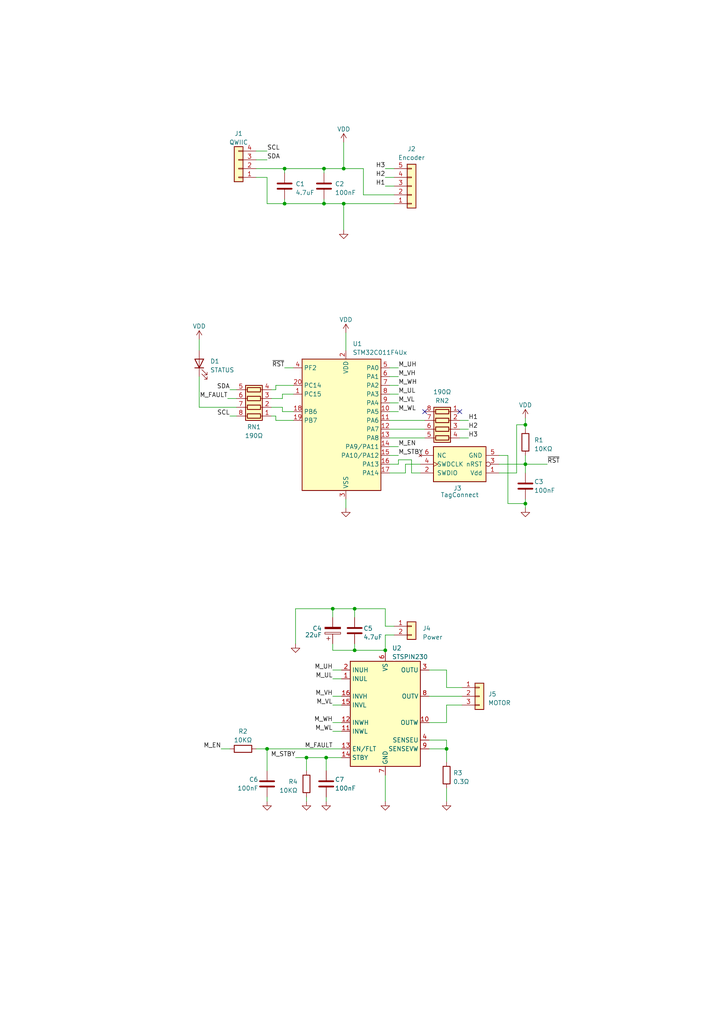
<source format=kicad_sch>
(kicad_sch (version 20230121) (generator eeschema)
  (paper "A4" portrait)
  (title_block (title "Whirl") (date "2023-03-26") (rev "0x02"))
  (lib_symbols
    (symbol "@jb:TagConnect" (pin_names (offset 1.016))
      (property "Reference" "J" (at 0 6.35 0))
      (property "Value" "TagConnect" (at 1.27 -6.35 0))
      (symbol "TagConnect_1_1"
        (rectangle (start -6.35 5.08) (end 8.89 -5.08) (stroke (width 0.254)) (fill (type background)))
        (pin output line (at -10.16 2.54 0) (length 3.81) (name "Vdd") (number "1"))
        (pin bidirectional line (at 12.7 2.54 180) (length 3.81) (name "SWDIO") (number "2"))
        (pin input inverted (at -10.16 0 0) (length 3.81) (name "nRST") (number "3"))
        (pin input clock (at 12.7 0 180) (length 3.81) (name "SWDCLK") (number "4"))
        (pin output line (at -10.16 -2.54 0) (length 3.81) (name "GND") (number "5"))
        (pin no_connect line (at 12.7 -2.54 180) (length 3.81) (name "NC") (number "6"))
      )
    )
    (symbol "Connector_Generic:Conn_01x02" (pin_names (offset 1.016) hide)
      (property "Reference" "J" (at 0 2.54 0))
      (property "Value" "Conn_01x02" (at 0 -5.08 0))
      (symbol "Conn_01x02_1_1"
        (rectangle (start -1.27 -2.413) (end 0 -2.667) (stroke (width 0.1524)))
        (rectangle (start -1.27 0.127) (end 0 -0.127) (stroke (width 0.1524)))
        (rectangle (start -1.27 1.27) (end 1.27 -3.81) (stroke (width 0.254)) (fill (type background)))
        (pin passive line (at -5.08 0 0) (length 3.81) (name "Pin_1") (number "1"))
        (pin passive line (at -5.08 -2.54 0) (length 3.81) (name "Pin_2") (number "2"))
      )
    )
    (symbol "Connector_Generic:Conn_01x03" (pin_names (offset 1.016) hide)
      (property "Reference" "J" (at 0 5.08 0))
      (property "Value" "Conn_01x03" (at 0 -5.08 0))
      (symbol "Conn_01x03_1_1"
        (rectangle (start -1.27 -2.413) (end 0 -2.667) (stroke (width 0.1524)))
        (rectangle (start -1.27 0.127) (end 0 -0.127) (stroke (width 0.1524)))
        (rectangle (start -1.27 2.667) (end 0 2.413) (stroke (width 0.1524)))
        (rectangle (start -1.27 3.81) (end 1.27 -3.81) (stroke (width 0.254)) (fill (type background)))
        (pin passive line (at -5.08 2.54 0) (length 3.81) (name "Pin_1") (number "1"))
        (pin passive line (at -5.08 0 0) (length 3.81) (name "Pin_2") (number "2"))
        (pin passive line (at -5.08 -2.54 0) (length 3.81) (name "Pin_3") (number "3"))
      )
    )
    (symbol "Connector_Generic:Conn_01x04" (pin_names (offset 1.016) hide)
      (property "Reference" "J" (at 0 5.08 0))
      (property "Value" "Conn_01x04" (at 0 -7.62 0))
      (symbol "Conn_01x04_1_1"
        (rectangle (start -1.27 -4.953) (end 0 -5.207) (stroke (width 0.1524)))
        (rectangle (start -1.27 -2.413) (end 0 -2.667) (stroke (width 0.1524)))
        (rectangle (start -1.27 0.127) (end 0 -0.127) (stroke (width 0.1524)))
        (rectangle (start -1.27 2.667) (end 0 2.413) (stroke (width 0.1524)))
        (rectangle (start -1.27 3.81) (end 1.27 -6.35) (stroke (width 0.254)) (fill (type background)))
        (pin passive line (at -5.08 2.54 0) (length 3.81) (name "Pin_1") (number "1"))
        (pin passive line (at -5.08 0 0) (length 3.81) (name "Pin_2") (number "2"))
        (pin passive line (at -5.08 -2.54 0) (length 3.81) (name "Pin_3") (number "3"))
        (pin passive line (at -5.08 -5.08 0) (length 3.81) (name "Pin_4") (number "4"))
      )
    )
    (symbol "Connector_Generic:Conn_01x05" (pin_names (offset 1.016) hide)
      (property "Reference" "J" (at 0 7.62 0))
      (property "Value" "Conn_01x05" (at 0 -7.62 0))
      (symbol "Conn_01x05_1_1"
        (rectangle (start -1.27 -4.953) (end 0 -5.207) (stroke (width 0.1524)))
        (rectangle (start -1.27 -2.413) (end 0 -2.667) (stroke (width 0.1524)))
        (rectangle (start -1.27 0.127) (end 0 -0.127) (stroke (width 0.1524)))
        (rectangle (start -1.27 2.667) (end 0 2.413) (stroke (width 0.1524)))
        (rectangle (start -1.27 5.207) (end 0 4.953) (stroke (width 0.1524)))
        (rectangle (start -1.27 6.35) (end 1.27 -6.35) (stroke (width 0.254)) (fill (type background)))
        (pin passive line (at -5.08 5.08 0) (length 3.81) (name "Pin_1") (number "1"))
        (pin passive line (at -5.08 2.54 0) (length 3.81) (name "Pin_2") (number "2"))
        (pin passive line (at -5.08 0 0) (length 3.81) (name "Pin_3") (number "3"))
        (pin passive line (at -5.08 -2.54 0) (length 3.81) (name "Pin_4") (number "4"))
        (pin passive line (at -5.08 -5.08 0) (length 3.81) (name "Pin_5") (number "5"))
      )
    )
    (symbol "Device:C" (pin_numbers hide) (pin_names (offset 0.254))
      (property "Reference" "C" (at 0.635 2.54 0))
      (property "Value" "C" (at 0.635 -2.54 0))
      (symbol "C_0_1"
        (polyline (pts (xy -2.032 -0.762) (xy 2.032 -0.762)) (stroke (width 0.508)))
        (polyline (pts (xy -2.032 0.762) (xy 2.032 0.762)) (stroke (width 0.508)))
      )
      (symbol "C_1_1"
        (pin passive line (at 0 3.81 270) (length 2.794) (name "~") (number "1"))
        (pin passive line (at 0 -3.81 90) (length 2.794) (name "~") (number "2"))
      )
    )
    (symbol "Device:C_Polarized" (pin_numbers hide) (pin_names (offset 0.254))
      (property "Reference" "C" (at 0.635 2.54 0))
      (property "Value" "C_Polarized" (at 0.635 -2.54 0))
      (symbol "C_Polarized_0_1"
        (rectangle (start -2.286 0.508) (end 2.286 1.016))
        (polyline (pts (xy -1.778 2.286) (xy -0.762 2.286)))
        (polyline (pts (xy -1.27 2.794) (xy -1.27 1.778)))
        (rectangle (start 2.286 -0.508) (end -2.286 -1.016) (fill (type outline)))
      )
      (symbol "C_Polarized_1_1"
        (pin passive line (at 0 3.81 270) (length 2.794) (name "~") (number "1"))
        (pin passive line (at 0 -3.81 90) (length 2.794) (name "~") (number "2"))
      )
    )
    (symbol "Device:LED" (pin_numbers hide) (pin_names (offset 1.016) hide)
      (property "Reference" "D" (at 0 2.54 0))
      (property "Value" "LED" (at 0 -2.54 0))
      (symbol "LED_0_1"
        (polyline (pts (xy -1.27 -1.27) (xy -1.27 1.27)) (stroke (width 0.254)))
        (polyline (pts (xy -1.27 0) (xy 1.27 0)))
        (polyline (pts (xy 1.27 -1.27) (xy 1.27 1.27) (xy -1.27 0) (xy 1.27 -1.27)) (stroke (width 0.254)))
        (polyline (pts (xy -3.048 -0.762) (xy -4.572 -2.286) (xy -3.81 -2.286) (xy -4.572 -2.286) (xy -4.572 -1.524)))
        (polyline (pts (xy -1.778 -0.762) (xy -3.302 -2.286) (xy -2.54 -2.286) (xy -3.302 -2.286) (xy -3.302 -1.524)))
      )
      (symbol "LED_1_1"
        (pin passive line (at -3.81 0 0) (length 2.54) (name "K") (number "1"))
        (pin passive line (at 3.81 0 180) (length 2.54) (name "A") (number "2"))
      )
    )
    (symbol "Device:R" (pin_numbers hide) (pin_names (offset 0))
      (property "Reference" "R" (at 2.032 0 90))
      (property "Value" "R" (at 0 0 90))
      (symbol "R_0_1"
        (rectangle (start -1.016 -2.54) (end 1.016 2.54) (stroke (width 0.254)))
      )
      (symbol "R_1_1"
        (pin passive line (at 0 3.81 270) (length 1.27) (name "~") (number "1"))
        (pin passive line (at 0 -3.81 90) (length 1.27) (name "~") (number "2"))
      )
    )
    (symbol "Device:R_Pack04" (pin_names (offset 0) hide)
      (property "Reference" "RN" (at -7.62 0 90))
      (property "Value" "R_Pack04" (at 5.08 0 90))
      (symbol "R_Pack04_0_1"
        (rectangle (start -6.35 -2.413) (end 3.81 2.413) (stroke (width 0.254)) (fill (type background)))
        (rectangle (start -5.715 1.905) (end -4.445 -1.905) (stroke (width 0.254)))
        (rectangle (start -3.175 1.905) (end -1.905 -1.905) (stroke (width 0.254)))
        (rectangle (start -0.635 1.905) (end 0.635 -1.905) (stroke (width 0.254)))
        (polyline (pts (xy -5.08 -2.54) (xy -5.08 -1.905)))
        (polyline (pts (xy -5.08 1.905) (xy -5.08 2.54)))
        (polyline (pts (xy -2.54 -2.54) (xy -2.54 -1.905)))
        (polyline (pts (xy -2.54 1.905) (xy -2.54 2.54)))
        (polyline (pts (xy 0 -2.54) (xy 0 -1.905)))
        (polyline (pts (xy 0 1.905) (xy 0 2.54)))
        (polyline (pts (xy 2.54 -2.54) (xy 2.54 -1.905)))
        (polyline (pts (xy 2.54 1.905) (xy 2.54 2.54)))
        (rectangle (start 1.905 1.905) (end 3.175 -1.905) (stroke (width 0.254)))
      )
      (symbol "R_Pack04_1_1"
        (pin passive line (at -5.08 -5.08 90) (length 2.54) (name "R1.1") (number "1"))
        (pin passive line (at -2.54 -5.08 90) (length 2.54) (name "R2.1") (number "2"))
        (pin passive line (at 0 -5.08 90) (length 2.54) (name "R3.1") (number "3"))
        (pin passive line (at 2.54 -5.08 90) (length 2.54) (name "R4.1") (number "4"))
        (pin passive line (at 2.54 5.08 270) (length 2.54) (name "R4.2") (number "5"))
        (pin passive line (at 0 5.08 270) (length 2.54) (name "R3.2") (number "6"))
        (pin passive line (at -2.54 5.08 270) (length 2.54) (name "R2.2") (number "7"))
        (pin passive line (at -5.08 5.08 270) (length 2.54) (name "R1.2") (number "8"))
      )
    )
    (symbol "Driver_Motor:STSPIN230"
      (property "Reference" "U" (at -10.16 16.51 0))
      (property "Value" "STSPIN230" (at 2.54 16.51 0))
      (symbol "STSPIN230_0_1"
        (rectangle (start -10.16 15.24) (end 10.16 -15.24) (stroke (width 0.254)) (fill (type background)))
      )
      (symbol "STSPIN230_1_1"
        (pin input line (at -12.7 10.16 0) (length 2.54) (name "INUL") (number "1"))
        (pin power_out line (at 12.7 -2.54 180) (length 2.54) (name "OUTW") (number "10"))
        (pin input line (at -12.7 -5.08 0) (length 2.54) (name "INWL") (number "11"))
        (pin input line (at -12.7 -2.54 0) (length 2.54) (name "INWH") (number "12"))
        (pin bidirectional line (at -12.7 -10.16 0) (length 2.54) (name "EN/FLT") (number "13"))
        (pin input line (at -12.7 -12.7 0) (length 2.54) (name "STBY") (number "14"))
        (pin input line (at -12.7 2.54 0) (length 2.54) (name "INVL") (number "15"))
        (pin input line (at -12.7 5.08 0) (length 2.54) (name "INVH") (number "16"))
        (pin passive line (at 0 -17.78 90) (length 2.54) hide (name "GND") (number "17"))
        (pin input line (at -12.7 12.7 0) (length 2.54) (name "INUH") (number "2"))
        (pin power_out line (at 12.7 12.7 180) (length 2.54) (name "OUTU") (number "3"))
        (pin input line (at 12.7 -7.62 180) (length 2.54) (name "SENSEU") (number "4"))
        (pin no_connect line (at 2.54 -15.24 90) (length 2.54) hide (name "NC") (number "5"))
        (pin power_in line (at 0 17.78 270) (length 2.54) (name "VS") (number "6"))
        (pin power_in line (at 0 -17.78 90) (length 2.54) (name "GND") (number "7"))
        (pin power_out line (at 12.7 5.08 180) (length 2.54) (name "OUTV") (number "8"))
        (pin input line (at 12.7 -10.16 180) (length 2.54) (name "SENSEVW") (number "9"))
      )
    )
    (symbol "MCU_ST_STM32C0:STM32C011F4Ux"
      (property "Reference" "U" (at -10.16 21.59 0))
      (property "Value" "STM32C011F4Ux" (at 5.08 21.59 0))
      (symbol "STM32C011F4Ux_0_1"
        (rectangle (start -10.16 -17.78) (end 12.7 20.32) (stroke (width 0.254)) (fill (type background)))
      )
      (symbol "STM32C011F4Ux_1_1"
        (pin bidirectional line (at -12.7 10.16 0) (length 2.54) (name "PC15") (number "1"))
        (pin bidirectional line (at 15.24 5.08 180) (length 2.54) (name "PA5") (number "10"))
        (pin bidirectional line (at 15.24 2.54 180) (length 2.54) (name "PA6") (number "11"))
        (pin bidirectional line (at 15.24 0 180) (length 2.54) (name "PA7") (number "12"))
        (pin bidirectional line (at 15.24 -2.54 180) (length 2.54) (name "PA8") (number "13"))
        (pin bidirectional line (at 15.24 -5.08 180) (length 2.54) (name "PA9/PA11") (number "14"))
        (pin bidirectional line (at 15.24 -7.62 180) (length 2.54) (name "PA10/PA12") (number "15"))
        (pin bidirectional line (at 15.24 -10.16 180) (length 2.54) (name "PA13") (number "16"))
        (pin bidirectional line (at 15.24 -12.7 180) (length 2.54) (name "PA14") (number "17"))
        (pin bidirectional line (at -12.7 5.08 0) (length 2.54) (name "PB6") (number "18"))
        (pin bidirectional line (at -12.7 2.54 0) (length 2.54) (name "PB7") (number "19"))
        (pin power_in line (at 2.54 22.86 270) (length 2.54) (name "VDD") (number "2"))
        (pin bidirectional line (at -12.7 12.7 0) (length 2.54) (name "PC14") (number "20"))
        (pin power_in line (at 2.54 -20.32 90) (length 2.54) (name "VSS") (number "3"))
        (pin bidirectional line (at -12.7 17.78 0) (length 2.54) (name "PF2") (number "4"))
        (pin bidirectional line (at 15.24 17.78 180) (length 2.54) (name "PA0") (number "5"))
        (pin bidirectional line (at 15.24 15.24 180) (length 2.54) (name "PA1") (number "6"))
        (pin bidirectional line (at 15.24 12.7 180) (length 2.54) (name "PA2") (number "7"))
        (pin bidirectional line (at 15.24 10.16 180) (length 2.54) (name "PA3") (number "8"))
        (pin bidirectional line (at 15.24 7.62 180) (length 2.54) (name "PA4") (number "9"))
      )
    )
    (symbol "power:GND" (power) (pin_names (offset 0))
      (property "Value" "GND" (at 0 -3.81 0))
      (symbol "GND_0_1"
        (polyline (pts (xy 0 0) (xy 0 -1.27) (xy 1.27 -1.27) (xy 0 -2.54) (xy -1.27 -1.27) (xy 0 -1.27)))
      )
      (symbol "GND_1_1"
        (pin power_in line (at 0 0 270) (length 0) hide (name "GND") (number "1"))
      )
    )
    (symbol "power:VDD" (power) (pin_names (offset 0))
      (property "Value" "VDD" (at 0 3.81 0))
      (symbol "VDD_0_1"
        (polyline (pts (xy -0.762 1.27) (xy 0 2.54)))
        (polyline (pts (xy 0 0) (xy 0 2.54)))
        (polyline (pts (xy 0 2.54) (xy 0.762 1.27)))
      )
      (symbol "VDD_1_1"
        (pin power_in line (at 0 0 90) (length 0) hide (name "VDD") (number "1"))
      )
    )
  )
  (junction (at 152.4 134.62))
  (junction (at 82.55 48.895))
  (junction (at 82.55 59.055))
  (junction (at 94.615 219.71))
  (junction (at 152.4 123.19))
  (junction (at 93.98 48.895))
  (junction (at 93.98 59.055))
  (junction (at 129.54 217.17))
  (junction (at 102.87 188.595))
  (junction (at 102.87 176.53))
  (junction (at 77.47 217.17))
  (junction (at 88.9 219.71))
  (junction (at 152.4 146.05))
  (junction (at 99.695 59.055))
  (junction (at 111.76 188.595))
  (junction (at 96.52 176.53))
  (junction (at 99.695 48.895))
  (no_connect (at 123.19 119.38))
  (no_connect (at 133.35 119.38))
  (wire (pts (xy 105.41 48.895) (xy 99.695 48.895)))
  (wire (pts (xy 129.54 217.17) (xy 129.54 214.63)))
  (wire (pts (xy 80.01 120.65) (xy 80.01 121.92)))
  (wire (pts (xy 82.55 50.165) (xy 82.55 48.895)))
  (wire (pts (xy 100.33 96.52) (xy 100.33 101.6)))
  (wire (pts (xy 115.57 133.35) (xy 115.57 134.62)))
  (wire (pts (xy 111.76 184.15) (xy 111.76 188.595)))
  (wire (pts (xy 129.54 204.47) (xy 133.985 204.47)))
  (wire (pts (xy 113.03 137.16) (xy 117.602 137.16)))
  (wire (pts (xy 119.38 133.35) (xy 115.57 133.35)))
  (wire (pts (xy 129.54 199.39) (xy 133.985 199.39)))
  (wire (pts (xy 102.87 176.53) (xy 102.87 179.07)))
  (wire (pts (xy 124.46 217.17) (xy 129.54 217.17)))
  (wire (pts (xy 149.86 137.16) (xy 149.86 123.19)))
  (wire (pts (xy 152.4 132.08) (xy 152.4 134.62)))
  (wire (pts (xy 99.695 59.055) (xy 114.3 59.055)))
  (wire (pts (xy 96.52 176.53) (xy 96.52 179.07)))
  (wire (pts (xy 135.89 127) (xy 133.35 127)))
  (wire (pts (xy 96.52 209.55) (xy 99.06 209.55)))
  (wire (pts (xy 152.4 121.285) (xy 152.4 123.19)))
  (wire (pts (xy 119.38 137.16) (xy 119.38 133.35)))
  (wire (pts (xy 113.03 121.92) (xy 123.19 121.92)))
  (wire (pts (xy 77.47 59.055) (xy 77.47 51.435)))
  (wire (pts (xy 80.01 111.76) (xy 80.01 113.03)))
  (wire (pts (xy 111.76 188.595) (xy 111.76 189.23)))
  (wire (pts (xy 117.602 137.16) (xy 117.602 134.62)))
  (wire (pts (xy 96.52 188.595) (xy 102.87 188.595)))
  (wire (pts (xy 77.47 51.435) (xy 74.295 51.435)))
  (wire (pts (xy 111.76 232.41) (xy 111.76 224.79)))
  (wire (pts (xy 66.04 115.57) (xy 68.58 115.57)))
  (wire (pts (xy 111.76 181.61) (xy 114.3 181.61)))
  (wire (pts (xy 77.47 59.055) (xy 82.55 59.055)))
  (wire (pts (xy 135.89 124.46) (xy 133.35 124.46)))
  (wire (pts (xy 133.985 201.93) (xy 124.46 201.93)))
  (wire (pts (xy 78.74 120.65) (xy 80.01 120.65)))
  (wire (pts (xy 85.725 219.71) (xy 88.9 219.71)))
  (wire (pts (xy 115.57 116.84) (xy 113.03 116.84)))
  (wire (pts (xy 93.98 50.165) (xy 93.98 48.895)))
  (wire (pts (xy 129.54 194.31) (xy 129.54 199.39)))
  (wire (pts (xy 111.76 184.15) (xy 114.3 184.15)))
  (wire (pts (xy 147.32 132.08) (xy 147.32 146.05)))
  (wire (pts (xy 115.57 129.54) (xy 113.03 129.54)))
  (wire (pts (xy 81.915 119.38) (xy 85.09 119.38)))
  (wire (pts (xy 81.915 118.11) (xy 81.915 119.38)))
  (wire (pts (xy 99.695 48.895) (xy 93.98 48.895)))
  (wire (pts (xy 57.785 109.22) (xy 57.785 118.11)))
  (wire (pts (xy 115.57 114.3) (xy 113.03 114.3)))
  (wire (pts (xy 113.03 124.46) (xy 123.19 124.46)))
  (wire (pts (xy 93.98 57.785) (xy 93.98 59.055)))
  (wire (pts (xy 129.54 214.63) (xy 124.46 214.63)))
  (wire (pts (xy 99.695 41.275) (xy 99.695 48.895)))
  (wire (pts (xy 152.4 134.62) (xy 158.75 134.62)))
  (wire (pts (xy 117.602 134.62) (xy 121.92 134.62)))
  (wire (pts (xy 88.9 219.71) (xy 94.615 219.71)))
  (wire (pts (xy 124.46 194.31) (xy 129.54 194.31)))
  (wire (pts (xy 96.52 186.69) (xy 96.52 188.595)))
  (wire (pts (xy 77.47 232.41) (xy 77.47 231.14)))
  (wire (pts (xy 74.295 48.895) (xy 82.55 48.895)))
  (wire (pts (xy 121.92 137.16) (xy 119.38 137.16)))
  (wire (pts (xy 135.89 121.92) (xy 133.35 121.92)))
  (wire (pts (xy 96.52 196.85) (xy 99.06 196.85)))
  (wire (pts (xy 80.01 121.92) (xy 85.09 121.92)))
  (wire (pts (xy 93.98 59.055) (xy 99.695 59.055)))
  (wire (pts (xy 115.57 106.68) (xy 113.03 106.68)))
  (wire (pts (xy 57.785 118.11) (xy 68.58 118.11)))
  (wire (pts (xy 111.76 53.975) (xy 114.3 53.975)))
  (wire (pts (xy 77.47 217.17) (xy 77.47 223.52)))
  (wire (pts (xy 82.55 48.895) (xy 93.98 48.895)))
  (wire (pts (xy 105.41 56.515) (xy 105.41 48.895)))
  (wire (pts (xy 94.615 223.52) (xy 94.615 219.71)))
  (wire (pts (xy 115.57 111.76) (xy 113.03 111.76)))
  (wire (pts (xy 78.74 118.11) (xy 81.915 118.11)))
  (wire (pts (xy 77.47 217.17) (xy 99.06 217.17)))
  (wire (pts (xy 82.55 59.055) (xy 93.98 59.055)))
  (wire (pts (xy 78.74 115.57) (xy 81.915 115.57)))
  (wire (pts (xy 102.87 188.595) (xy 102.87 186.69)))
  (wire (pts (xy 82.55 106.68) (xy 85.09 106.68)))
  (wire (pts (xy 149.86 123.19) (xy 152.4 123.19)))
  (wire (pts (xy 105.41 56.515) (xy 114.3 56.515)))
  (wire (pts (xy 111.76 48.895) (xy 114.3 48.895)))
  (wire (pts (xy 96.52 204.47) (xy 99.06 204.47)))
  (wire (pts (xy 66.675 120.65) (xy 68.58 120.65)))
  (wire (pts (xy 74.295 217.17) (xy 77.47 217.17)))
  (wire (pts (xy 144.78 134.62) (xy 152.4 134.62)))
  (wire (pts (xy 66.675 113.03) (xy 68.58 113.03)))
  (wire (pts (xy 124.46 209.55) (xy 129.54 209.55)))
  (wire (pts (xy 99.695 66.675) (xy 99.695 59.055)))
  (wire (pts (xy 115.57 119.38) (xy 113.03 119.38)))
  (wire (pts (xy 152.4 123.19) (xy 152.4 124.46)))
  (wire (pts (xy 85.725 176.53) (xy 96.52 176.53)))
  (wire (pts (xy 80.01 113.03) (xy 78.74 113.03)))
  (wire (pts (xy 152.4 146.05) (xy 152.4 144.78)))
  (wire (pts (xy 88.9 232.41) (xy 88.9 231.14)))
  (wire (pts (xy 96.52 212.09) (xy 99.06 212.09)))
  (wire (pts (xy 96.52 194.31) (xy 99.06 194.31)))
  (wire (pts (xy 129.54 220.98) (xy 129.54 217.17)))
  (wire (pts (xy 115.57 109.22) (xy 113.03 109.22)))
  (wire (pts (xy 64.135 217.17) (xy 66.675 217.17)))
  (wire (pts (xy 129.54 232.41) (xy 129.54 228.6)))
  (wire (pts (xy 100.33 147.32) (xy 100.33 144.78)))
  (wire (pts (xy 102.87 176.53) (xy 111.76 176.53)))
  (wire (pts (xy 115.57 132.08) (xy 113.03 132.08)))
  (wire (pts (xy 152.4 134.62) (xy 152.4 137.16)))
  (wire (pts (xy 81.915 114.3) (xy 85.09 114.3)))
  (wire (pts (xy 82.55 57.785) (xy 82.55 59.055)))
  (wire (pts (xy 96.52 176.53) (xy 102.87 176.53)))
  (wire (pts (xy 115.57 134.62) (xy 113.03 134.62)))
  (wire (pts (xy 144.78 132.08) (xy 147.32 132.08)))
  (wire (pts (xy 88.9 223.52) (xy 88.9 219.71)))
  (wire (pts (xy 144.78 137.16) (xy 149.86 137.16)))
  (wire (pts (xy 111.76 176.53) (xy 111.76 181.61)))
  (wire (pts (xy 94.615 219.71) (xy 99.06 219.71)))
  (wire (pts (xy 147.32 146.05) (xy 152.4 146.05)))
  (wire (pts (xy 77.47 46.355) (xy 74.295 46.355)))
  (wire (pts (xy 111.76 51.435) (xy 114.3 51.435)))
  (wire (pts (xy 77.47 43.815) (xy 74.295 43.815)))
  (wire (pts (xy 85.725 186.69) (xy 85.725 176.53)))
  (wire (pts (xy 113.03 127) (xy 123.19 127)))
  (wire (pts (xy 96.52 201.93) (xy 99.06 201.93)))
  (wire (pts (xy 94.615 232.41) (xy 94.615 231.14)))
  (wire (pts (xy 152.4 147.32) (xy 152.4 146.05)))
  (wire (pts (xy 80.01 111.76) (xy 85.09 111.76)))
  (wire (pts (xy 102.87 188.595) (xy 111.76 188.595)))
  (wire (pts (xy 57.785 98.425) (xy 57.785 101.6)))
  (wire (pts (xy 81.915 115.57) (xy 81.915 114.3)))
  (wire (pts (xy 129.54 209.55) (xy 129.54 204.47)))
  (label "~{RST}" (at 158.75 134.62 0))
  (label "M_VL" (at 115.57 116.84 0))
  (label "M_UL" (at 96.52 196.85 180))
  (label "M_UH" (at 96.52 194.31 180))
  (label "M_UH" (at 115.57 106.68 0))
  (label "M_UL" (at 115.57 114.3 0))
  (label "M_VH" (at 96.52 201.93 180))
  (label "M_EN" (at 115.57 129.54 0))
  (label "M_WL" (at 115.57 119.38 0))
  (label "M_WH" (at 96.52 209.55 180))
  (label "H1" (at 111.76 53.975 180))
  (label "SDA" (at 66.675 113.03 180))
  (label "H3" (at 135.89 127 0))
  (label "SCL" (at 66.675 120.65 180))
  (label "M_STBY" (at 115.57 132.08 0))
  (label "SDA" (at 77.47 46.355 0))
  (label "H2" (at 111.76 51.435 180))
  (label "H2" (at 135.89 124.46 0))
  (label "M_STBY" (at 85.725 219.71 180))
  (label "M_WH" (at 115.57 111.76 0))
  (label "~{RST}" (at 82.55 106.68 180))
  (label "H3" (at 111.76 48.895 180))
  (label "M_FAULT" (at 66.04 115.57 180))
  (label "M_EN" (at 64.135 217.17 180))
  (label "M_FAULT" (at 96.52 217.17 180))
  (label "M_WL" (at 96.52 212.09 180))
  (label "M_VH" (at 115.57 109.22 0))
  (label "M_VL" (at 96.52 204.47 180))
  (label "SCL" (at 77.47 43.815 0))
  (label "H1" (at 135.89 121.92 0))
  (symbol (lib_id "Device:R_Pack04") (at 73.66 115.57 90) (unit 1)
    (property "Reference" "RN1" (at 73.66 123.825 90))
    (property "Value" "190Ω" (at 73.66 126.365 90))
    (property "Footprint" "Resistor_SMD:R_Array_Convex_4x0603" (effects hide))
  )
  (symbol (lib_id "power:GND") (at 88.9 232.41 0) (unit 1)
    (property "Reference" "#PWR010" (effects hide))
    (property "Value" "GND" (effects hide))
  )
  (symbol (lib_id "Connector_Generic:Conn_01x05") (at 119.38 53.975 0) (mirror x) (unit 1)
    (property "Reference" "J2" (at 119.38 43.18 0))
    (property "Value" "Encoder" (at 119.38 45.72 0))
    (property "Footprint" "Connector_JST:JST_SH_SM05B-SRSS-TB_1x05-1MP_P1.00mm_Horizontal" (effects hide))
  )
  (symbol (lib_id "power:GND") (at 152.4 147.32 0) (unit 1)
    (property "Reference" "#PWR07" (effects hide))
    (property "Value" "GND" (effects hide))
  )
  (symbol (lib_id "Connector_Generic:Conn_01x03") (at 139.065 201.93 0) (unit 1)
    (property "Reference" "J5" (at 141.605 201.295 0) (effects (justify left)))
    (property "Value" "MOTOR" (at 141.605 203.835 0) (effects (justify left)))
    (property "Footprint" "Connector_PinHeader_2.54mm:PinHeader_1x03_P2.54mm_Vertical" (effects hide))
  )
  (symbol (lib_id "Device:R_Pack04") (at 128.27 124.46 90) (mirror x) (unit 1)
    (property "Reference" "RN2" (at 128.27 116.205 90))
    (property "Value" "190Ω" (at 128.27 113.665 90))
    (property "Footprint" "Resistor_SMD:R_Array_Convex_4x0603" (effects hide))
  )
  (symbol (lib_id "Driver_Motor:STSPIN230") (at 111.76 207.01 0) (unit 1)
    (property "Reference" "U2" (at 113.7159 187.96 0) (effects (justify left)))
    (property "Value" "STSPIN230" (at 113.7159 190.5 0) (effects (justify left)))
    (property "Footprint" "Package_DFN_QFN:VQFN-16-1EP_3x3mm_P0.5mm_EP1.8x1.8mm" (effects hide))
    (property "Datasheet" "www.st.com/resource/en/datasheet/stspin230.pdf" (effects hide))
  )
  (symbol (lib_id "Device:C") (at 102.87 182.88 180) (unit 1)
    (property "Reference" "C5" (at 105.41 182.245 0) (effects (justify right)))
    (property "Value" "4.7uF" (at 105.41 184.785 0) (effects (justify right)))
    (property "Footprint" "Capacitor_SMD:C_0603_1608Metric" (effects hide))
  )
  (symbol (lib_id "Device:R") (at 129.54 224.79 0) (unit 1)
    (property "Reference" "R3" (at 131.445 224.155 0) (effects (justify left)))
    (property "Value" "0.3Ω" (at 131.445 226.695 0) (effects (justify left)))
    (property "Footprint" "Resistor_SMD:R_1206_3216Metric" (effects hide))
  )
  (symbol (lib_id "Device:C") (at 152.4 140.97 0) (unit 1)
    (property "Reference" "C3" (at 154.94 139.7 0) (effects (justify left)))
    (property "Value" "100nF" (at 154.94 142.24 0) (effects (justify left)))
    (property "Footprint" "Capacitor_SMD:C_0603_1608Metric" (effects hide))
  )
  (symbol (lib_id "power:VDD") (at 99.695 41.275 0) (unit 1)
    (property "Reference" "#PWR01" (effects hide))
    (property "Value" "VDD" (at 99.695 37.465 0))
  )
  (symbol (lib_id "power:GND") (at 94.615 232.41 0) (unit 1)
    (property "Reference" "#PWR011" (effects hide))
    (property "Value" "GND" (effects hide))
  )
  (symbol (lib_id "Device:LED") (at 57.785 105.41 90) (unit 1)
    (property "Reference" "D1" (at 60.96 104.775 90) (effects (justify right)))
    (property "Value" "STATUS" (at 60.96 107.315 90) (effects (justify right)))
    (property "Footprint" "LED_SMD:LED_0603_1608Metric" (effects hide))
  )
  (symbol (lib_id "@jb:TagConnect") (at 134.62 134.62 180) (unit 1)
    (property "Reference" "J3" (at 132.715 141.605 0))
    (property "Value" "TagConnect" (at 133.35 143.51 0))
    (property "Footprint" "Connector:Tag-Connect_TC2030-IDC-NL_2x03_P1.27mm_Vertical" (effects hide))
  )
  (symbol (lib_id "power:GND") (at 99.695 66.675 0) (mirror y) (unit 1)
    (property "Reference" "#PWR02" (effects hide))
    (property "Value" "GND" (effects hide))
  )
  (symbol (lib_id "power:GND") (at 100.33 147.32 0) (unit 1)
    (property "Reference" "#PWR06" (effects hide))
    (property "Value" "GND" (effects hide))
  )
  (symbol (lib_id "Device:C") (at 77.47 227.33 0) (mirror y) (unit 1)
    (property "Reference" "C6" (at 74.93 226.06 0) (effects (justify left)))
    (property "Value" "100nF" (at 74.93 228.6 0) (effects (justify left)))
    (property "Footprint" "Capacitor_SMD:C_0603_1608Metric" (effects hide))
  )
  (symbol (lib_id "Device:R") (at 88.9 227.33 0) (mirror y) (unit 1)
    (property "Reference" "R4" (at 86.36 226.695 0) (effects (justify left)))
    (property "Value" "10KΩ" (at 86.36 229.235 0) (effects (justify left)))
    (property "Footprint" "Resistor_SMD:R_0603_1608Metric" (effects hide))
  )
  (symbol (lib_id "Connector_Generic:Conn_01x04") (at 69.215 48.895 180) (unit 1)
    (property "Reference" "J1" (at 69.215 38.735 0))
    (property "Value" "QWIIC" (at 69.215 41.275 0))
    (property "Footprint" "Connector_JST:JST_SH_SM04B-SRSS-TB_1x04-1MP_P1.00mm_Horizontal" (effects hide))
  )
  (symbol (lib_id "power:GND") (at 129.54 232.41 0) (unit 1)
    (property "Reference" "#PWR013" (effects hide))
    (property "Value" "GND" (effects hide))
  )
  (symbol (lib_id "power:VDD") (at 57.785 98.425 0) (unit 1)
    (property "Reference" "#PWR04" (effects hide))
    (property "Value" "VDD" (at 57.785 94.615 0))
  )
  (symbol (lib_id "Device:C") (at 94.615 227.33 0) (unit 1)
    (property "Reference" "C7" (at 97.155 226.06 0) (effects (justify left)))
    (property "Value" "100nF" (at 97.155 228.6 0) (effects (justify left)))
    (property "Footprint" "Capacitor_SMD:C_0603_1608Metric" (effects hide))
  )
  (symbol (lib_id "Device:R") (at 70.485 217.17 90) (unit 1)
    (property "Reference" "R2" (at 70.485 212.09 90))
    (property "Value" "10KΩ" (at 70.485 214.63 90))
    (property "Footprint" "Resistor_SMD:R_0603_1608Metric" (effects hide))
  )
  (symbol (lib_id "Device:C") (at 93.98 53.975 0) (unit 1)
    (property "Reference" "C2" (at 97.155 53.34 0) (effects (justify left)))
    (property "Value" "100nF" (at 97.155 55.88 0) (effects (justify left)))
    (property "Footprint" "Capacitor_SMD:C_0603_1608Metric" (effects hide))
  )
  (symbol (lib_id "power:GND") (at 77.47 232.41 0) (unit 1)
    (property "Reference" "#PWR09" (effects hide))
    (property "Value" "GND" (effects hide))
  )
  (symbol (lib_id "MCU_ST_STM32C0:STM32C011F4Ux") (at 97.79 124.46 0) (unit 1)
    (property "Reference" "U1" (at 102.2859 99.695 0) (effects (justify left)))
    (property "Value" "STM32C011F4Ux" (at 102.2859 102.235 0) (effects (justify left)))
    (property "Footprint" "Package_DFN_QFN:ST_UFQFPN-20_3x3mm_P0.5mm" (effects hide))
    (property "Datasheet" "https://www.st.com/resource/en/datasheet/stm32c011f4.pdf" (effects hide))
  )
  (symbol (lib_id "power:VDD") (at 152.4 121.285 0) (unit 1)
    (property "Reference" "#PWR05" (effects hide))
    (property "Value" "VDD" (at 152.4 117.475 0))
  )
  (symbol (lib_id "power:GND") (at 111.76 232.41 0) (unit 1)
    (property "Reference" "#PWR012" (effects hide))
    (property "Value" "GND" (effects hide))
  )
  (symbol (lib_id "Device:C_Polarized") (at 96.52 182.88 0) (mirror x) (unit 1)
    (property "Reference" "C4" (at 93.345 182.245 0) (effects (justify right)))
    (property "Value" "22uF" (at 93.345 184.15 0) (effects (justify right)))
    (property "Footprint" "Capacitor_SMD:C_1210_3225Metric" (effects hide))
    (property "Datasheet" "https://www.mouser.com/datasheet/2/40/AVXC_S_A0011957049_1-2538439.pdf" (effects hide))
  )
  (symbol (lib_id "power:GND") (at 85.725 186.69 0) (unit 1)
    (property "Reference" "#PWR08" (effects hide))
    (property "Value" "GND" (effects hide))
  )
  (symbol (lib_id "Device:C") (at 82.55 53.975 0) (unit 1)
    (property "Reference" "C1" (at 85.725 53.34 0) (effects (justify left)))
    (property "Value" "4.7uF" (at 85.725 55.88 0) (effects (justify left)))
    (property "Footprint" "Capacitor_SMD:C_0603_1608Metric" (effects hide))
  )
  (symbol (lib_id "Device:R") (at 152.4 128.27 0) (unit 1)
    (property "Reference" "R1" (at 154.94 127.635 0) (effects (justify left)))
    (property "Value" "10KΩ" (at 154.94 130.175 0) (effects (justify left)))
    (property "Footprint" "Resistor_SMD:R_0603_1608Metric" (effects hide))
  )
  (symbol (lib_id "Connector_Generic:Conn_01x02") (at 119.38 181.61 0) (unit 1)
    (property "Reference" "J4" (at 122.555 182.245 0) (effects (justify left)))
    (property "Value" "Power" (at 122.555 184.785 0) (effects (justify left)))
    (property "Footprint" "Connector_PinHeader_2.54mm:PinHeader_1x02_P2.54mm_Vertical" (effects hide))
  )
  (symbol (lib_id "power:VDD") (at 100.33 96.52 0) (unit 1)
    (property "Reference" "#PWR03" (effects hide))
    (property "Value" "VDD" (at 100.33 92.71 0))
  )
)
</source>
